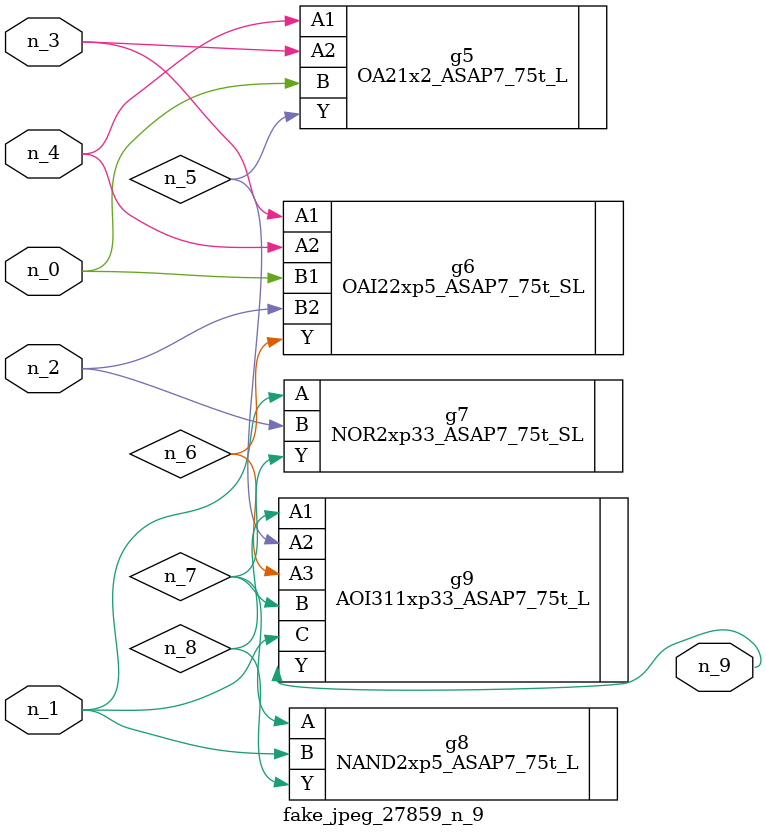
<source format=v>
module fake_jpeg_27859_n_9 (n_3, n_2, n_1, n_0, n_4, n_9);

input n_3;
input n_2;
input n_1;
input n_0;
input n_4;

output n_9;

wire n_8;
wire n_6;
wire n_5;
wire n_7;

OA21x2_ASAP7_75t_L g5 ( 
.A1(n_4),
.A2(n_3),
.B(n_0),
.Y(n_5)
);

OAI22xp5_ASAP7_75t_SL g6 ( 
.A1(n_3),
.A2(n_4),
.B1(n_0),
.B2(n_2),
.Y(n_6)
);

NOR2xp33_ASAP7_75t_SL g7 ( 
.A(n_1),
.B(n_2),
.Y(n_7)
);

NAND2xp5_ASAP7_75t_L g8 ( 
.A(n_7),
.B(n_1),
.Y(n_8)
);

AOI311xp33_ASAP7_75t_L g9 ( 
.A1(n_8),
.A2(n_5),
.A3(n_6),
.B(n_7),
.C(n_1),
.Y(n_9)
);


endmodule
</source>
